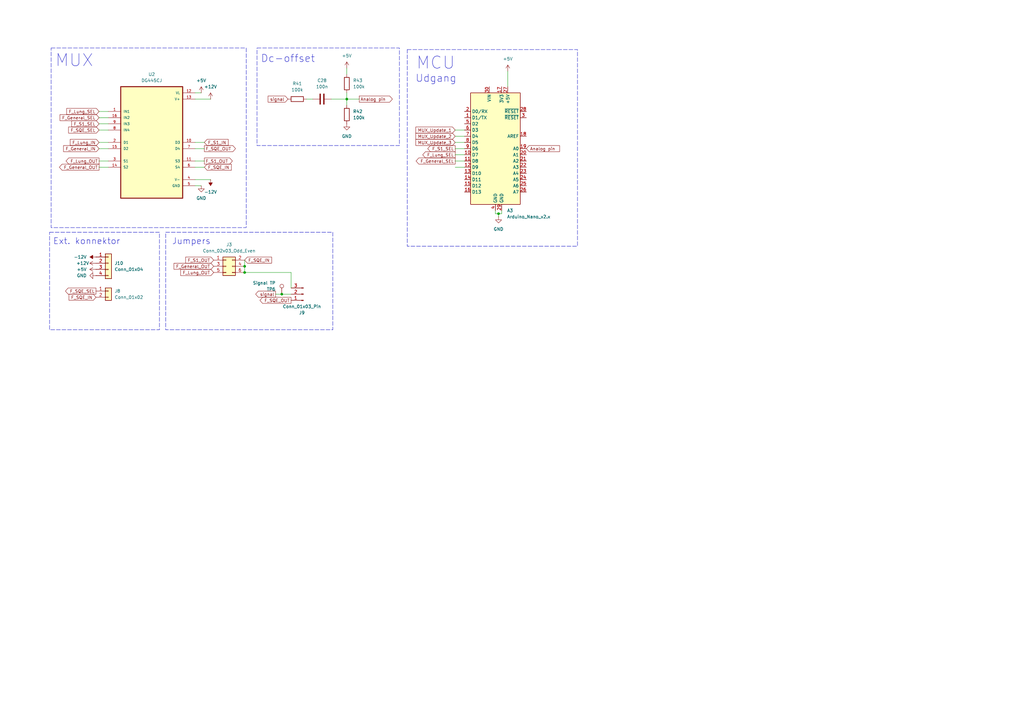
<source format=kicad_sch>
(kicad_sch (version 20231120) (generator "eeschema") (generator_version "8.0")
  (paper "A3")
  (lib_symbols
    (symbol "Connector:Conn_01x03_Pin" (pin_names (offset 1.016) hide)
      (property "Reference" "J" (at 0 5.08 0))
      (property "Value" "Conn_01x03_Pin" (at 0 -5.08 0))
      (symbol "Conn_01x03_Pin_1_1"
        (polyline (pts (xy 1.27 -2.54) (xy 0.8636 -2.54)) (stroke (width 0.1524)))
        (polyline (pts (xy 1.27 0) (xy 0.8636 0)) (stroke (width 0.1524)))
        (polyline (pts (xy 1.27 2.54) (xy 0.8636 2.54)) (stroke (width 0.1524)))
        (rectangle (start 0.8636 -2.413) (end 0 -2.667) (stroke (width 0.1524)) (fill (type outline)))
        (rectangle (start 0.8636 0.127) (end 0 -0.127) (stroke (width 0.1524)) (fill (type outline)))
        (rectangle (start 0.8636 2.667) (end 0 2.413) (stroke (width 0.1524)) (fill (type outline)))
        (pin passive line (at 5.08 2.54 180) (length 3.81) (name "Pin_1") (number "1"))
        (pin passive line (at 5.08 0 180) (length 3.81) (name "Pin_2") (number "2"))
        (pin passive line (at 5.08 -2.54 180) (length 3.81) (name "Pin_3") (number "3"))
      )
    )
    (symbol "Connector:TestPoint" (pin_numbers hide) (pin_names (offset 0.762) hide)
      (property "Reference" "TP" (at 0 6.858 0))
      (property "Value" "TestPoint" (at 0 5.08 0))
      (symbol "TestPoint_0_1"
        (circle (center 0 3.302) (radius 0.762))
      )
      (symbol "TestPoint_1_1"
        (pin passive line (at 0 0 90) (length 2.54) (name "1") (number "1"))
      )
    )
    (symbol "Connector_Generic:Conn_01x02" (pin_names (offset 1.016) hide)
      (property "Reference" "J" (at 0 2.54 0))
      (property "Value" "Conn_01x02" (at 0 -5.08 0))
      (symbol "Conn_01x02_1_1"
        (rectangle (start -1.27 -2.413) (end 0 -2.667) (stroke (width 0.1524)))
        (rectangle (start -1.27 0.127) (end 0 -0.127) (stroke (width 0.1524)))
        (rectangle (start -1.27 1.27) (end 1.27 -3.81) (stroke (width 0.254)) (fill (type background)))
        (pin passive line (at -5.08 0 0) (length 3.81) (name "Pin_1") (number "1"))
        (pin passive line (at -5.08 -2.54 0) (length 3.81) (name "Pin_2") (number "2"))
      )
    )
    (symbol "Connector_Generic:Conn_01x04" (pin_names (offset 1.016) hide)
      (property "Reference" "J" (at 0 5.08 0))
      (property "Value" "Conn_01x04" (at 0 -7.62 0))
      (symbol "Conn_01x04_1_1"
        (rectangle (start -1.27 -4.953) (end 0 -5.207) (stroke (width 0.1524)))
        (rectangle (start -1.27 -2.413) (end 0 -2.667) (stroke (width 0.1524)))
        (rectangle (start -1.27 0.127) (end 0 -0.127) (stroke (width 0.1524)))
        (rectangle (start -1.27 2.667) (end 0 2.413) (stroke (width 0.1524)))
        (rectangle (start -1.27 3.81) (end 1.27 -6.35) (stroke (width 0.254)) (fill (type background)))
        (pin passive line (at -5.08 2.54 0) (length 3.81) (name "Pin_1") (number "1"))
        (pin passive line (at -5.08 0 0) (length 3.81) (name "Pin_2") (number "2"))
        (pin passive line (at -5.08 -2.54 0) (length 3.81) (name "Pin_3") (number "3"))
        (pin passive line (at -5.08 -5.08 0) (length 3.81) (name "Pin_4") (number "4"))
      )
    )
    (symbol "Connector_Generic:Conn_02x03_Odd_Even" (pin_names (offset 1.016) hide)
      (property "Reference" "J" (at 1.27 5.08 0))
      (property "Value" "Conn_02x03_Odd_Even" (at 1.27 -5.08 0))
      (symbol "Conn_02x03_Odd_Even_1_1"
        (rectangle (start -1.27 -2.413) (end 0 -2.667) (stroke (width 0.1524)))
        (rectangle (start -1.27 0.127) (end 0 -0.127) (stroke (width 0.1524)))
        (rectangle (start -1.27 2.667) (end 0 2.413) (stroke (width 0.1524)))
        (rectangle (start -1.27 3.81) (end 3.81 -3.81) (stroke (width 0.254)) (fill (type background)))
        (rectangle (start 3.81 -2.413) (end 2.54 -2.667) (stroke (width 0.1524)))
        (rectangle (start 3.81 0.127) (end 2.54 -0.127) (stroke (width 0.1524)))
        (rectangle (start 3.81 2.667) (end 2.54 2.413) (stroke (width 0.1524)))
        (pin passive line (at -5.08 2.54 0) (length 3.81) (name "Pin_1") (number "1"))
        (pin passive line (at 7.62 2.54 180) (length 3.81) (name "Pin_2") (number "2"))
        (pin passive line (at -5.08 0 0) (length 3.81) (name "Pin_3") (number "3"))
        (pin passive line (at 7.62 0 180) (length 3.81) (name "Pin_4") (number "4"))
        (pin passive line (at -5.08 -2.54 0) (length 3.81) (name "Pin_5") (number "5"))
        (pin passive line (at 7.62 -2.54 180) (length 3.81) (name "Pin_6") (number "6"))
      )
    )
    (symbol "DG445CJ:DG445CJ" (pin_names (offset 1.016))
      (property "Reference" "U" (at -12.7 23.86 0))
      (property "Value" "DG445CJ" (at -12.7 -26.86 0))
      (symbol "DG445CJ_0_0"
        (rectangle (start -12.7 -22.86) (end 12.7 22.86) (stroke (width 0.41)) (fill (type background)))
        (pin input line (at -17.78 12.7 0) (length 5.08) (name "IN1") (number "1"))
        (pin bidirectional line (at 17.78 0 180) (length 5.08) (name "D3") (number "10"))
        (pin bidirectional line (at 17.78 -7.62 180) (length 5.08) (name "S3") (number "11"))
        (pin power_in line (at 17.78 20.32 180) (length 5.08) (name "VL") (number "12"))
        (pin power_in line (at 17.78 17.78 180) (length 5.08) (name "V+") (number "13"))
        (pin bidirectional line (at -17.78 -10.16 0) (length 5.08) (name "S2") (number "14"))
        (pin bidirectional line (at -17.78 -2.54 0) (length 5.08) (name "D2") (number "15"))
        (pin input line (at -17.78 10.16 0) (length 5.08) (name "IN2") (number "16"))
        (pin bidirectional line (at -17.78 0 0) (length 5.08) (name "D1") (number "2"))
        (pin bidirectional line (at -17.78 -7.62 0) (length 5.08) (name "S1") (number "3"))
        (pin power_in line (at 17.78 -15.24 180) (length 5.08) (name "V-") (number "4"))
        (pin power_in line (at 17.78 -17.78 180) (length 5.08) (name "GND") (number "5"))
        (pin bidirectional line (at 17.78 -10.16 180) (length 5.08) (name "S4") (number "6"))
        (pin bidirectional line (at 17.78 -2.54 180) (length 5.08) (name "D4") (number "7"))
        (pin input line (at -17.78 5.08 0) (length 5.08) (name "IN4") (number "8"))
        (pin input line (at -17.78 7.62 0) (length 5.08) (name "IN3") (number "9"))
      )
    )
    (symbol "Device:C" (pin_numbers hide) (pin_names (offset 0.254))
      (property "Reference" "C" (at 0.635 2.54 0))
      (property "Value" "C" (at 0.635 -2.54 0))
      (symbol "C_0_1"
        (polyline (pts (xy -2.032 -0.762) (xy 2.032 -0.762)) (stroke (width 0.508)))
        (polyline (pts (xy -2.032 0.762) (xy 2.032 0.762)) (stroke (width 0.508)))
      )
      (symbol "C_1_1"
        (pin passive line (at 0 3.81 270) (length 2.794) (name "~") (number "1"))
        (pin passive line (at 0 -3.81 90) (length 2.794) (name "~") (number "2"))
      )
    )
    (symbol "Device:R" (pin_numbers hide) (pin_names (offset 0))
      (property "Reference" "R" (at 2.032 0 90))
      (property "Value" "R" (at 0 0 90))
      (symbol "R_0_1"
        (rectangle (start -1.016 -2.54) (end 1.016 2.54) (stroke (width 0.254)))
      )
      (symbol "R_1_1"
        (pin passive line (at 0 3.81 270) (length 1.27) (name "~") (number "1"))
        (pin passive line (at 0 -3.81 90) (length 1.27) (name "~") (number "2"))
      )
    )
    (symbol "MCU_Module:Arduino_Nano_v2.x"
      (property "Reference" "A" (at -10.16 23.495 0))
      (property "Value" "Arduino_Nano_v2.x" (at 5.08 -24.13 0))
      (symbol "Arduino_Nano_v2.x_0_1"
        (rectangle (start -10.16 22.86) (end 10.16 -22.86) (stroke (width 0.254)) (fill (type background)))
      )
      (symbol "Arduino_Nano_v2.x_1_1"
        (pin bidirectional line (at -12.7 12.7 0) (length 2.54) (name "D1/TX") (number "1"))
        (pin bidirectional line (at -12.7 -2.54 0) (length 2.54) (name "D7") (number "10"))
        (pin bidirectional line (at -12.7 -5.08 0) (length 2.54) (name "D8") (number "11"))
        (pin bidirectional line (at -12.7 -7.62 0) (length 2.54) (name "D9") (number "12"))
        (pin bidirectional line (at -12.7 -10.16 0) (length 2.54) (name "D10") (number "13"))
        (pin bidirectional line (at -12.7 -12.7 0) (length 2.54) (name "D11") (number "14"))
        (pin bidirectional line (at -12.7 -15.24 0) (length 2.54) (name "D12") (number "15"))
        (pin bidirectional line (at -12.7 -17.78 0) (length 2.54) (name "D13") (number "16"))
        (pin power_out line (at 2.54 25.4 270) (length 2.54) (name "3V3") (number "17"))
        (pin input line (at 12.7 5.08 180) (length 2.54) (name "AREF") (number "18"))
        (pin bidirectional line (at 12.7 0 180) (length 2.54) (name "A0") (number "19"))
        (pin bidirectional line (at -12.7 15.24 0) (length 2.54) (name "D0/RX") (number "2"))
        (pin bidirectional line (at 12.7 -2.54 180) (length 2.54) (name "A1") (number "20"))
        (pin bidirectional line (at 12.7 -5.08 180) (length 2.54) (name "A2") (number "21"))
        (pin bidirectional line (at 12.7 -7.62 180) (length 2.54) (name "A3") (number "22"))
        (pin bidirectional line (at 12.7 -10.16 180) (length 2.54) (name "A4") (number "23"))
        (pin bidirectional line (at 12.7 -12.7 180) (length 2.54) (name "A5") (number "24"))
        (pin bidirectional line (at 12.7 -15.24 180) (length 2.54) (name "A6") (number "25"))
        (pin bidirectional line (at 12.7 -17.78 180) (length 2.54) (name "A7") (number "26"))
        (pin power_out line (at 5.08 25.4 270) (length 2.54) (name "+5V") (number "27"))
        (pin input line (at 12.7 15.24 180) (length 2.54) (name "~{RESET}") (number "28"))
        (pin power_in line (at 2.54 -25.4 90) (length 2.54) (name "GND") (number "29"))
        (pin input line (at 12.7 12.7 180) (length 2.54) (name "~{RESET}") (number "3"))
        (pin power_in line (at -2.54 25.4 270) (length 2.54) (name "VIN") (number "30"))
        (pin power_in line (at 0 -25.4 90) (length 2.54) (name "GND") (number "4"))
        (pin bidirectional line (at -12.7 10.16 0) (length 2.54) (name "D2") (number "5"))
        (pin bidirectional line (at -12.7 7.62 0) (length 2.54) (name "D3") (number "6"))
        (pin bidirectional line (at -12.7 5.08 0) (length 2.54) (name "D4") (number "7"))
        (pin bidirectional line (at -12.7 2.54 0) (length 2.54) (name "D5") (number "8"))
        (pin bidirectional line (at -12.7 0 0) (length 2.54) (name "D6") (number "9"))
      )
    )
    (symbol "power:+12V" (power) (pin_numbers hide) (pin_names (offset 0) hide)
      (property "Value" "+12V" (at 0 3.556 0))
      (symbol "+12V_0_1"
        (polyline (pts (xy -0.762 1.27) (xy 0 2.54)))
        (polyline (pts (xy 0 0) (xy 0 2.54)))
        (polyline (pts (xy 0 2.54) (xy 0.762 1.27)))
      )
      (symbol "+12V_1_1"
        (pin power_in line (at 0 0 90) (length 0) (name "~") (number "1"))
      )
    )
    (symbol "power:+5V" (power) (pin_numbers hide) (pin_names (offset 0) hide)
      (property "Value" "+5V" (at 0 3.556 0))
      (symbol "+5V_0_1"
        (polyline (pts (xy -0.762 1.27) (xy 0 2.54)))
        (polyline (pts (xy 0 0) (xy 0 2.54)))
        (polyline (pts (xy 0 2.54) (xy 0.762 1.27)))
      )
      (symbol "+5V_1_1"
        (pin power_in line (at 0 0 90) (length 0) (name "~") (number "1"))
      )
    )
    (symbol "power:-12V" (power) (pin_numbers hide) (pin_names (offset 0) hide)
      (property "Value" "-12V" (at 0 3.556 0))
      (symbol "-12V_0_0"
        (pin power_in line (at 0 0 90) (length 0) (name "~") (number "1"))
      )
      (symbol "-12V_0_1"
        (polyline (pts (xy 0 0) (xy 0 1.27) (xy 0.762 1.27) (xy 0 2.54) (xy -0.762 1.27) (xy 0 1.27)) (fill (type outline)))
      )
    )
    (symbol "power:GND" (power) (pin_numbers hide) (pin_names (offset 0) hide)
      (property "Value" "GND" (at 0 -3.81 0))
      (symbol "GND_0_1"
        (polyline (pts (xy 0 0) (xy 0 -1.27) (xy 1.27 -1.27) (xy 0 -2.54) (xy -1.27 -1.27) (xy 0 -1.27)))
      )
      (symbol "GND_1_1"
        (pin power_in line (at 0 0 270) (length 0) (name "~") (number "1"))
      )
    )
  )
  (junction (at 142.24 40.64))
  (junction (at 100.33 109.22))
  (junction (at 115.57 120.65))
  (junction (at 100.33 111.76))
  (junction (at 204.47 87.63))
  (wire (pts (xy 80.01 60.96) (xy 83.82 60.96)))
  (wire (pts (xy 40.64 66.04) (xy 44.45 66.04)))
  (wire (pts (xy 142.24 38.1) (xy 142.24 40.64)))
  (wire (pts (xy 40.64 58.42) (xy 44.45 58.42)))
  (wire (pts (xy 80.01 58.42) (xy 83.82 58.42)))
  (wire (pts (xy 142.24 27.94) (xy 142.24 30.48)))
  (wire (pts (xy 40.64 45.72) (xy 44.45 45.72)))
  (wire (pts (xy 186.69 55.88) (xy 190.5 55.88)))
  (wire (pts (xy 119.38 120.65) (xy 115.57 120.65)))
  (wire (pts (xy 40.64 68.58) (xy 44.45 68.58)))
  (wire (pts (xy 80.01 38.1) (xy 82.55 38.1)))
  (wire (pts (xy 186.69 60.96) (xy 190.5 60.96)))
  (wire (pts (xy 203.2 86.36) (xy 203.2 87.63)))
  (wire (pts (xy 204.47 87.63) (xy 203.2 87.63)))
  (wire (pts (xy 100.33 106.68) (xy 100.33 109.22)))
  (wire (pts (xy 80.01 76.2) (xy 82.55 76.2)))
  (wire (pts (xy 125.73 40.64) (xy 128.27 40.64)))
  (wire (pts (xy 80.01 73.66) (xy 86.36 73.66)))
  (wire (pts (xy 40.64 48.26) (xy 44.45 48.26)))
  (wire (pts (xy 40.64 53.34) (xy 44.45 53.34)))
  (wire (pts (xy 100.33 109.22) (xy 100.33 111.76)))
  (wire (pts (xy 40.64 50.8) (xy 44.45 50.8)))
  (wire (pts (xy 40.64 60.96) (xy 44.45 60.96)))
  (wire (pts (xy 186.69 68.58) (xy 190.5 68.58)))
  (wire (pts (xy 142.24 40.64) (xy 142.24 43.18)))
  (wire (pts (xy 204.47 88.9) (xy 204.47 87.63)))
  (wire (pts (xy 80.01 68.58) (xy 83.82 68.58)))
  (wire (pts (xy 80.01 66.04) (xy 83.82 66.04)))
  (wire (pts (xy 100.33 111.76) (xy 119.38 111.76)))
  (wire (pts (xy 208.28 29.21) (xy 208.28 35.56)))
  (wire (pts (xy 186.69 63.5) (xy 190.5 63.5)))
  (wire (pts (xy 205.74 86.36) (xy 205.74 87.63)))
  (wire (pts (xy 119.38 118.11) (xy 119.38 111.76)))
  (wire (pts (xy 186.69 58.42) (xy 190.5 58.42)))
  (wire (pts (xy 115.57 120.65) (xy 113.03 120.65)))
  (wire (pts (xy 80.01 40.64) (xy 86.36 40.64)))
  (wire (pts (xy 186.69 53.34) (xy 190.5 53.34)))
  (wire (pts (xy 142.24 40.64) (xy 147.32 40.64)))
  (wire (pts (xy 186.69 66.04) (xy 190.5 66.04)))
  (wire (pts (xy 204.47 87.63) (xy 205.74 87.63)))
  (wire (pts (xy 135.89 40.64) (xy 142.24 40.64)))
  (rectangle (start 20.32 95.25) (end 65.405 135.255) (stroke (width 0) (type dash)))
  (rectangle (start 105.41 19.685) (end 163.83 59.69) (stroke (width 0) (type dash)))
  (rectangle (start 167.005 20.32) (end 236.855 100.965) (stroke (width 0) (type dash)))
  (rectangle (start 20.955 19.685) (end 100.965 93.345) (stroke (width 0) (type dash)))
  (rectangle (start 67.945 95.25) (end 136.525 135.255) (stroke (width 0) (type dash)))
  (text "Jumpers\n" (at 78.486 99.06 0) (effects (font (size 2.54 2.54))))
  (text "MUX" (at 30.48 24.892 0) (effects (font (size 5 5))))
  (text "Udgang" (at 178.816 32.258 0) (effects (font (size 3 3))))
  (text "Dc-offset" (at 118.11 24.13 0) (effects (font (size 3 3))))
  (text "Ext. konnektor" (at 35.56 99.06 0) (effects (font (size 2.54 2.54))))
  (text "MCU \n" (at 180.594 25.908 0) (effects (font (size 5 5))))
  (global_label "F_Lung_SEL" (shape output) (at 186.69 63.5 180) (property "Intersheetrefs" "${INTERSHEET_REFS}" (effects (hide yes))))
  (global_label "F_S1_SEL" (shape input) (at 40.64 50.8 180) (property "Intersheetrefs" "${INTERSHEET_REFS}" (effects (hide yes))))
  (global_label "F_General_SEL" (shape input) (at 40.64 48.26 180) (property "Intersheetrefs" "${INTERSHEET_REFS}" (effects (hide yes))))
  (global_label "F_SQE_SEL" (shape input) (at 40.64 53.34 180) (property "Intersheetrefs" "${INTERSHEET_REFS}" (effects (hide yes))))
  (global_label "F_S1_IN" (shape input) (at 83.82 58.42 0) (property "Intersheetrefs" "${INTERSHEET_REFS}" (effects (hide yes))))
  (global_label "F_Lung_SEL" (shape input) (at 40.64 45.72 180) (property "Intersheetrefs" "${INTERSHEET_REFS}" (effects (hide yes))))
  (global_label "F_S1_OUT" (shape output) (at 83.82 66.04 0) (property "Intersheetrefs" "${INTERSHEET_REFS}" (effects (hide yes))))
  (global_label "F_S1_OUT" (shape input) (at 87.63 106.68 180) (property "Intersheetrefs" "${INTERSHEET_REFS}" (effects (hide yes))))
  (global_label "Analog pin " (shape output) (at 147.32 40.64 0) (property "Intersheetrefs" "${INTERSHEET_REFS}" (effects (hide yes))))
  (global_label "F_SQE_SEL" (shape output) (at 39.37 119.38 180) (property "Intersheetrefs" "${INTERSHEET_REFS}" (effects (hide yes))))
  (global_label "F_SQE_OUT" (shape output) (at 83.82 60.96 0) (property "Intersheetrefs" "${INTERSHEET_REFS}" (effects (hide yes))))
  (global_label "F_Lung_IN" (shape input) (at 40.64 58.42 180) (property "Intersheetrefs" "${INTERSHEET_REFS}" (effects (hide yes))))
  (global_label "F_General_SEL" (shape output) (at 186.69 66.04 180) (property "Intersheetrefs" "${INTERSHEET_REFS}" (effects (hide yes))))
  (global_label "F_SQE_OUT" (shape output) (at 119.38 123.19 180) (property "Intersheetrefs" "${INTERSHEET_REFS}" (effects (hide yes))))
  (global_label "Analog pin " (shape input) (at 215.9 60.96 0) (property "Intersheetrefs" "${INTERSHEET_REFS}" (effects (hide yes))))
  (global_label "F_SQE_IN" (shape input) (at 39.37 121.92 180) (property "Intersheetrefs" "${INTERSHEET_REFS}" (effects (hide yes))))
  (global_label "F_Lung_OUT" (shape output) (at 40.64 66.04 180) (property "Intersheetrefs" "${INTERSHEET_REFS}" (effects (hide yes))))
  (global_label "F_General_IN" (shape input) (at 40.64 60.96 180) (property "Intersheetrefs" "${INTERSHEET_REFS}" (effects (hide yes))))
  (global_label "MUX_Update_2" (shape input) (at 186.69 55.88 180) (property "Intersheetrefs" "${INTERSHEET_REFS}" (effects (hide yes))))
  (global_label "F_SQE_IN" (shape input) (at 100.33 106.68 0) (property "Intersheetrefs" "${INTERSHEET_REFS}" (effects (hide yes))))
  (global_label "MUX_Update_3" (shape input) (at 186.69 58.42 180) (property "Intersheetrefs" "${INTERSHEET_REFS}" (effects (hide yes))))
  (global_label "F_SQE_IN" (shape input) (at 83.82 68.58 0) (property "Intersheetrefs" "${INTERSHEET_REFS}" (effects (hide yes))))
  (global_label "F_General_OUT" (shape output) (at 40.64 68.58 180) (property "Intersheetrefs" "${INTERSHEET_REFS}" (effects (hide yes))))
  (global_label "signal" (shape output) (at 113.03 120.65 180) (property "Intersheetrefs" "${INTERSHEET_REFS}" (effects (hide yes))))
  (global_label "F_S1_SEL" (shape output) (at 186.69 60.96 180) (property "Intersheetrefs" "${INTERSHEET_REFS}" (effects (hide yes))))
  (global_label "F_Lung_OUT" (shape input) (at 87.63 111.76 180) (property "Intersheetrefs" "${INTERSHEET_REFS}" (effects (hide yes))))
  (global_label "F_General_OUT" (shape input) (at 87.63 109.22 180) (property "Intersheetrefs" "${INTERSHEET_REFS}" (effects (hide yes))))
  (global_label "signal" (shape input) (at 118.11 40.64 180) (property "Intersheetrefs" "${INTERSHEET_REFS}" (effects (hide yes))))
  (global_label "MUX_Update_1" (shape input) (at 186.69 53.34 180) (property "Intersheetrefs" "${INTERSHEET_REFS}" (effects (hide yes))))
  (symbol (lib_id "Device:R") (at 121.92 40.64 90) (unit 1)
    (property "Reference" "R41" (at 121.92 34.29 90))
    (property "Value" "100k" (at 121.92 36.83 90))
    (property "Footprint" "Resistor_THT:R_Axial_DIN0207_L6.3mm_D2.5mm_P10.16mm_Horizontal" (effects (hide yes)))
    (property "Description" "Resistor" (effects (hide yes)))
  )
  (symbol (lib_id "power:GND") (at 82.55 76.2 0) (unit 1)
    (property "Reference" "#PWR049" (effects (hide yes)))
    (property "Value" "GND" (at 82.55 81.28 0))
    (property "Description" "Power symbol creates a global label with name \"GND\" , ground" (effects (hide yes)))
  )
  (symbol (lib_id "power:-12V") (at 39.37 105.41 90) (unit 1)
    (property "Reference" "#PWR026" (effects (hide yes)))
    (property "Value" "-12V" (at 35.56 105.4099 90) (effects (justify left)))
    (property "Description" "Power symbol creates a global label with name \"-12V\"" (effects (hide yes)))
  )
  (symbol (lib_id "power:+5V") (at 142.24 27.94 0) (unit 1)
    (property "Reference" "#PWR08" (effects (hide yes)))
    (property "Value" "+5V" (at 142.24 22.86 0))
    (property "Description" "Power symbol creates a global label with name \"+5V\"" (effects (hide yes)))
  )
  (symbol (lib_id "power:+5V") (at 208.28 29.21 0) (unit 1)
    (property "Reference" "#PWR055" (effects (hide yes)))
    (property "Value" "+5V" (at 208.28 24.13 0))
    (property "Description" "Power symbol creates a global label with name \"+5V\"" (effects (hide yes)))
  )
  (symbol (lib_id "Device:R") (at 142.24 34.29 0) (unit 1)
    (property "Reference" "R43" (at 144.78 33.0199 0) (effects (justify left)))
    (property "Value" "100k" (at 144.78 35.5599 0) (effects (justify left)))
    (property "Footprint" "Resistor_THT:R_Axial_DIN0207_L6.3mm_D2.5mm_P10.16mm_Horizontal" (effects (hide yes)))
    (property "Description" "Resistor" (effects (hide yes)))
  )
  (symbol (lib_id "power:GND") (at 204.47 88.9 0) (unit 1)
    (property "Reference" "#PWR054" (effects (hide yes)))
    (property "Value" "GND" (at 204.47 93.98 0))
    (property "Description" "Power symbol creates a global label with name \"GND\" , ground" (effects (hide yes)))
  )
  (symbol (lib_id "Connector_Generic:Conn_01x02") (at 44.45 119.38 0) (unit 1)
    (property "Reference" "J8" (at 46.99 119.3799 0) (effects (justify left)))
    (property "Value" "Conn_01x02" (at 46.99 121.9199 0) (effects (justify left)))
    (property "Footprint" "Connector_PinHeader_2.54mm:PinHeader_1x02_P2.54mm_Vertical" (effects (hide yes)))
    (property "Description" "Generic connector, single row, 01x02, script generated (kicad-library-utils/schlib/autogen/connector/)" (effects (hide yes)))
  )
  (symbol (lib_id "power:+12V") (at 39.37 107.95 90) (unit 1)
    (property "Reference" "#PWR023" (effects (hide yes)))
    (property "Value" "+12V" (at 36.576 107.95 90) (effects (justify left)))
    (property "Description" "Power symbol creates a global label with name \"+12V\"" (effects (hide yes)))
  )
  (symbol (lib_id "DG445CJ:DG445CJ") (at 62.23 58.42 0) (unit 1)
    (property "Reference" "U2" (at 62.23 30.48 0))
    (property "Value" "DG445CJ" (at 62.23 33.02 0))
    (property "Footprint" "DG445CJ:DIP794W47P254L1943H457Q16" (effects (hide yes)))
    (property "MF" "Analog Devices" (effects (hide yes)))
    (property "Description_1" "\n4 Circuit IC Switch 1:1 85Ohm 16-PDIP\n" (effects (hide yes)))
    (property "Package" "DIP-16 Intersil" (effects (hide yes)))
    (property "Price" "None" (effects (hide yes)))
    (property "SnapEDA_Link" "https://www.snapeda.com/parts/DG445CJ/Analog+Devices/view-part/?ref=snap" (effects (hide yes)))
    (property "MP" "DG445CJ" (effects (hide yes)))
    (property "Purchase-URL" "https://www.snapeda.com/api/url_track_click_mouser/?unipart_id=5832316&manufacturer=Analog Devices&part_name=DG445CJ&search_term=dg445" (effects (hide yes)))
    (property "Availability" "In Stock" (effects (hide yes)))
    (property "Check_prices" "https://www.snapeda.com/parts/DG445CJ/Analog+Devices/view-part/?ref=eda" (effects (hide yes)))
  )
  (symbol (lib_id "Connector:TestPoint") (at 115.57 120.65 0) (unit 1)
    (property "Reference" "TP6" (at 113.03 118.6181 0) (effects (justify right)))
    (property "Value" "Signal TP" (at 113.03 116.0781 0) (effects (justify right)))
    (property "Footprint" "Connector_PinHeader_2.54mm:PinHeader_1x01_P2.54mm_Vertical" (effects (hide yes)))
    (property "Description" "test point" (effects (hide yes)))
  )
  (symbol (lib_id "Device:C") (at 132.08 40.64 90) (unit 1)
    (property "Reference" "C28" (at 132.08 33.02 90))
    (property "Value" "100n" (at 132.08 35.56 90))
    (property "Footprint" "Capacitor_THT:C_Disc_D7.0mm_W2.5mm_P5.00mm" (effects (hide yes)))
    (property "Description" "Unpolarized capacitor" (effects (hide yes)))
  )
  (symbol (lib_id "power:-12V") (at 86.36 73.66 180) (unit 1)
    (property "Reference" "#PWR051" (effects (hide yes)))
    (property "Value" "-12V" (at 86.36 78.74 0))
    (property "Description" "Power symbol creates a global label with name \"-12V\"" (effects (hide yes)))
  )
  (symbol (lib_id "Device:R") (at 142.24 46.99 0) (unit 1)
    (property "Reference" "R42" (at 144.78 45.7199 0) (effects (justify left)))
    (property "Value" "100k" (at 144.78 48.2599 0) (effects (justify left)))
    (property "Footprint" "Resistor_THT:R_Axial_DIN0207_L6.3mm_D2.5mm_P10.16mm_Horizontal" (effects (hide yes)))
    (property "Description" "Resistor" (effects (hide yes)))
  )
  (symbol (lib_id "Connector:Conn_01x03_Pin") (at 124.46 120.65 180) (unit 1)
    (property "Reference" "J9" (at 123.825 128.27 0))
    (property "Value" "Conn_01x03_Pin" (at 123.825 125.73 0))
    (property "Footprint" "Connector_PinHeader_2.54mm:PinHeader_1x03_P2.54mm_Vertical" (effects (hide yes)))
    (property "Description" "Generic connector, single row, 01x03, script generated" (effects (hide yes)))
  )
  (symbol (lib_id "MCU_Module:Arduino_Nano_v2.x") (at 203.2 60.96 0) (unit 1)
    (property "Reference" "A3" (at 207.9341 86.36 0) (effects (justify left)))
    (property "Value" "Arduino_Nano_v2.x" (at 207.9341 88.9 0) (effects (justify left)))
    (property "Footprint" "Module:Arduino_Nano" (effects (hide yes)))
    (property "Datasheet" "https://www.arduino.cc/en/uploads/Main/ArduinoNanoManual23.pdf" (effects (hide yes)))
    (property "Description" "Arduino Nano v2.x" (effects (hide yes)))
  )
  (symbol (lib_id "Connector_Generic:Conn_02x03_Odd_Even") (at 92.71 109.22 0) (unit 1)
    (property "Reference" "J3" (at 93.98 100.33 0))
    (property "Value" "Conn_02x03_Odd_Even" (at 93.98 102.87 0))
    (property "Footprint" "Connector_PinHeader_2.54mm:PinHeader_2x03_P2.54mm_Vertical" (effects (hide yes)))
    (property "Description" "Generic connector, double row, 02x03, odd/even pin numbering scheme (row 1 odd numbers, row 2 even numbers), script generated (kicad-library-utils/schlib/autogen/connector/)" (effects (hide yes)))
  )
  (symbol (lib_id "Connector_Generic:Conn_01x04") (at 44.45 107.95 0) (unit 1)
    (property "Reference" "J10" (at 46.99 107.9499 0) (effects (justify left)))
    (property "Value" "Conn_01x04" (at 46.99 110.4899 0) (effects (justify left)))
    (property "Footprint" "Connector_PinHeader_2.54mm:PinHeader_1x04_P2.54mm_Vertical" (effects (hide yes)))
    (property "Description" "Generic connector, single row, 01x04, script generated (kicad-library-utils/schlib/autogen/connector/)" (effects (hide yes)))
  )
  (symbol (lib_id "power:GND") (at 142.24 50.8 0) (unit 1)
    (property "Reference" "#PWR06" (effects (hide yes)))
    (property "Value" "GND" (at 142.24 55.88 0))
    (property "Description" "Power symbol creates a global label with name \"GND\" , ground" (effects (hide yes)))
  )
  (symbol (lib_id "power:+5V") (at 39.37 110.49 90) (unit 1)
    (property "Reference" "#PWR024" (effects (hide yes)))
    (property "Value" "+5V" (at 35.56 110.4899 90) (effects (justify left)))
    (property "Description" "Power symbol creates a global label with name \"+5V\"" (effects (hide yes)))
  )
  (symbol (lib_id "power:+5V") (at 82.55 38.1 0) (unit 1)
    (property "Reference" "#PWR048" (effects (hide yes)))
    (property "Value" "+5V" (at 82.55 33.02 0))
    (property "Description" "Power symbol creates a global label with name \"+5V\"" (effects (hide yes)))
  )
  (symbol (lib_id "power:+12V") (at 86.36 40.64 0) (unit 1)
    (property "Reference" "#PWR050" (effects (hide yes)))
    (property "Value" "+12V" (at 86.36 35.56 0))
    (property "Description" "Power symbol creates a global label with name \"+12V\"" (effects (hide yes)))
  )
  (symbol (lib_id "power:GND") (at 39.37 113.03 270) (unit 1)
    (property "Reference" "#PWR029" (effects (hide yes)))
    (property "Value" "GND" (at 35.56 113.0299 90) (effects (justify right)))
    (property "Description" "Power symbol creates a global label with name \"GND\" , ground" (effects (hide yes)))
  )
)
</source>
